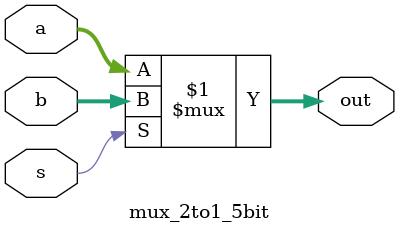
<source format=v>
module mux_2to1_5bit(a, b, s, out);
	input [4:0] a, b;
	input s;
	output [4:0] out;
	
	assign out = s ? b : a;
	
endmodule

</source>
